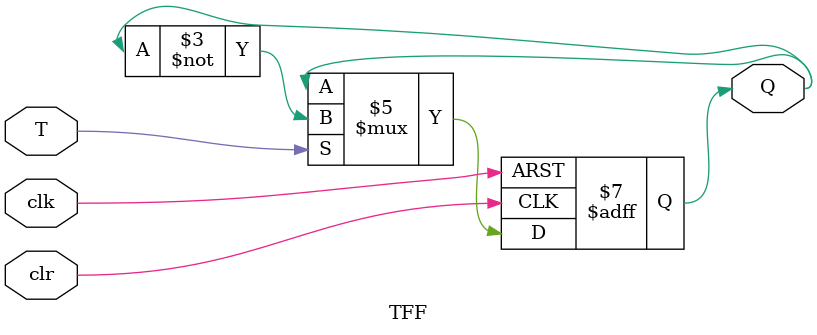
<source format=v>
module TFF(input T,clk,clr,output reg Q);
    always@(negedge clk, negedge clr)
    begin
        if (~clk) Q<=1'b0;
        else if (T) Q<=~Q;
        else Q<=Q;
    end
endmodule
</source>
